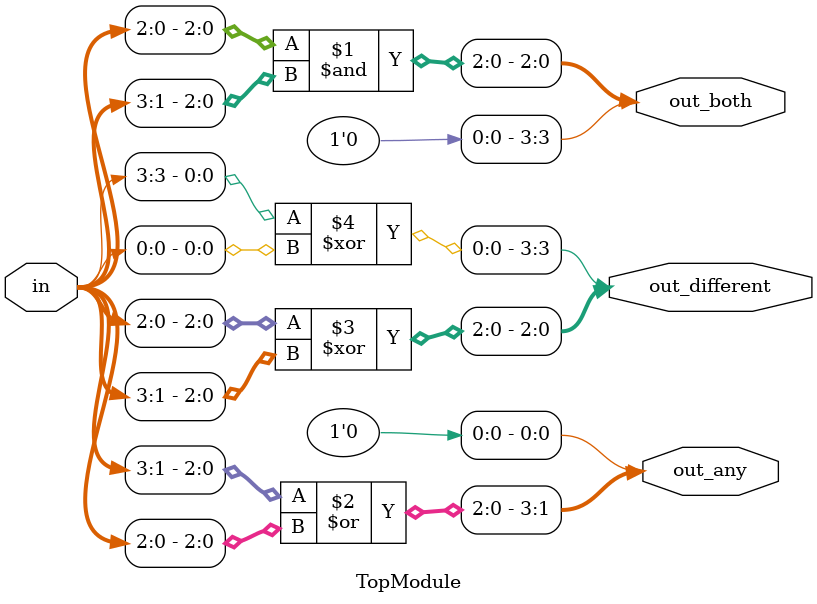
<source format=sv>
module TopModule (
    input  wire [3:0] in,          // 4-bit input vector, bit[3] is MSB, bit[0] is LSB
    output wire [3:0] out_both,    // 4-bit output vector, unsigned
    output wire [3:0] out_any,     // 4-bit output vector, unsigned
    output wire [3:0] out_different // 4-bit output vector, unsigned
);

    assign out_both[3] = 1'b0;
    assign out_both[2:0] = in[2:0] & in[3:1];

    assign out_any[0] = 1'b0;
    assign out_any[3:1] = in[3:1] | in[2:0];

    assign out_different[3:0] = {in[3] ^ in[0], in[2:0] ^ in[3:1]};

endmodule
</source>
